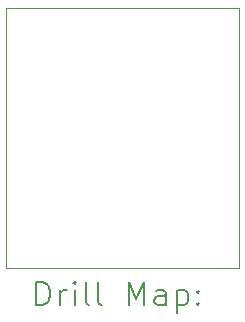
<source format=gbr>
%TF.GenerationSoftware,KiCad,Pcbnew,6.0.8+dfsg-1~bpo11+1*%
%TF.CreationDate,2023-08-01T09:03:51-04:00*%
%TF.ProjectId,fpc_1x16_conn_breakout,6670635f-3178-4313-965f-636f6e6e5f62,rev?*%
%TF.SameCoordinates,Original*%
%TF.FileFunction,Drillmap*%
%TF.FilePolarity,Positive*%
%FSLAX45Y45*%
G04 Gerber Fmt 4.5, Leading zero omitted, Abs format (unit mm)*
G04 Created by KiCad (PCBNEW 6.0.8+dfsg-1~bpo11+1) date 2023-08-01 09:03:51*
%MOMM*%
%LPD*%
G01*
G04 APERTURE LIST*
%ADD10C,0.100000*%
%ADD11C,0.200000*%
G04 APERTURE END LIST*
D10*
X16282500Y-9870000D02*
X18252500Y-9870000D01*
X18252500Y-9870000D02*
X18252500Y-7667500D01*
X18252500Y-7667500D02*
X16282500Y-7667500D01*
X16282500Y-7667500D02*
X16282500Y-9870000D01*
D11*
X16535119Y-10185476D02*
X16535119Y-9985476D01*
X16582738Y-9985476D01*
X16611309Y-9995000D01*
X16630357Y-10014048D01*
X16639881Y-10033095D01*
X16649405Y-10071190D01*
X16649405Y-10099762D01*
X16639881Y-10137857D01*
X16630357Y-10156905D01*
X16611309Y-10175952D01*
X16582738Y-10185476D01*
X16535119Y-10185476D01*
X16735119Y-10185476D02*
X16735119Y-10052143D01*
X16735119Y-10090238D02*
X16744643Y-10071190D01*
X16754167Y-10061667D01*
X16773214Y-10052143D01*
X16792262Y-10052143D01*
X16858929Y-10185476D02*
X16858929Y-10052143D01*
X16858929Y-9985476D02*
X16849405Y-9995000D01*
X16858929Y-10004524D01*
X16868452Y-9995000D01*
X16858929Y-9985476D01*
X16858929Y-10004524D01*
X16982738Y-10185476D02*
X16963690Y-10175952D01*
X16954167Y-10156905D01*
X16954167Y-9985476D01*
X17087500Y-10185476D02*
X17068452Y-10175952D01*
X17058929Y-10156905D01*
X17058929Y-9985476D01*
X17316071Y-10185476D02*
X17316071Y-9985476D01*
X17382738Y-10128333D01*
X17449405Y-9985476D01*
X17449405Y-10185476D01*
X17630357Y-10185476D02*
X17630357Y-10080714D01*
X17620833Y-10061667D01*
X17601786Y-10052143D01*
X17563690Y-10052143D01*
X17544643Y-10061667D01*
X17630357Y-10175952D02*
X17611310Y-10185476D01*
X17563690Y-10185476D01*
X17544643Y-10175952D01*
X17535119Y-10156905D01*
X17535119Y-10137857D01*
X17544643Y-10118810D01*
X17563690Y-10109286D01*
X17611310Y-10109286D01*
X17630357Y-10099762D01*
X17725595Y-10052143D02*
X17725595Y-10252143D01*
X17725595Y-10061667D02*
X17744643Y-10052143D01*
X17782738Y-10052143D01*
X17801786Y-10061667D01*
X17811310Y-10071190D01*
X17820833Y-10090238D01*
X17820833Y-10147381D01*
X17811310Y-10166429D01*
X17801786Y-10175952D01*
X17782738Y-10185476D01*
X17744643Y-10185476D01*
X17725595Y-10175952D01*
X17906548Y-10166429D02*
X17916071Y-10175952D01*
X17906548Y-10185476D01*
X17897024Y-10175952D01*
X17906548Y-10166429D01*
X17906548Y-10185476D01*
X17906548Y-10061667D02*
X17916071Y-10071190D01*
X17906548Y-10080714D01*
X17897024Y-10071190D01*
X17906548Y-10061667D01*
X17906548Y-10080714D01*
M02*

</source>
